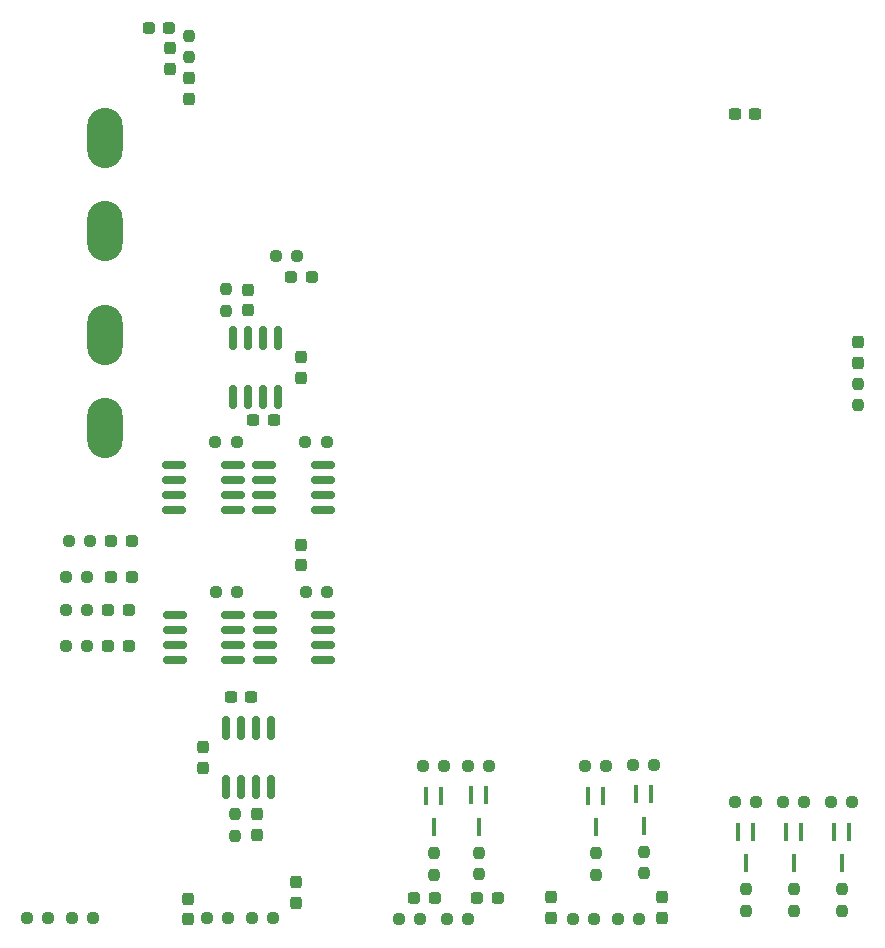
<source format=gbr>
%TF.GenerationSoftware,KiCad,Pcbnew,(6.0.7)*%
%TF.CreationDate,2022-11-16T19:30:54-06:00*%
%TF.ProjectId,ScienceSensor,53636965-6e63-4655-9365-6e736f722e6b,rev?*%
%TF.SameCoordinates,Original*%
%TF.FileFunction,Paste,Top*%
%TF.FilePolarity,Positive*%
%FSLAX46Y46*%
G04 Gerber Fmt 4.6, Leading zero omitted, Abs format (unit mm)*
G04 Created by KiCad (PCBNEW (6.0.7)) date 2022-11-16 19:30:54*
%MOMM*%
%LPD*%
G01*
G04 APERTURE LIST*
G04 Aperture macros list*
%AMRoundRect*
0 Rectangle with rounded corners*
0 $1 Rounding radius*
0 $2 $3 $4 $5 $6 $7 $8 $9 X,Y pos of 4 corners*
0 Add a 4 corners polygon primitive as box body*
4,1,4,$2,$3,$4,$5,$6,$7,$8,$9,$2,$3,0*
0 Add four circle primitives for the rounded corners*
1,1,$1+$1,$2,$3*
1,1,$1+$1,$4,$5*
1,1,$1+$1,$6,$7*
1,1,$1+$1,$8,$9*
0 Add four rect primitives between the rounded corners*
20,1,$1+$1,$2,$3,$4,$5,0*
20,1,$1+$1,$4,$5,$6,$7,0*
20,1,$1+$1,$6,$7,$8,$9,0*
20,1,$1+$1,$8,$9,$2,$3,0*%
G04 Aperture macros list end*
%ADD10RoundRect,0.237500X-0.287500X-0.237500X0.287500X-0.237500X0.287500X0.237500X-0.287500X0.237500X0*%
%ADD11RoundRect,0.237500X0.237500X-0.300000X0.237500X0.300000X-0.237500X0.300000X-0.237500X-0.300000X0*%
%ADD12RoundRect,0.237500X-0.250000X-0.237500X0.250000X-0.237500X0.250000X0.237500X-0.250000X0.237500X0*%
%ADD13RoundRect,0.237500X0.237500X-0.250000X0.237500X0.250000X-0.237500X0.250000X-0.237500X-0.250000X0*%
%ADD14RoundRect,0.237500X0.250000X0.237500X-0.250000X0.237500X-0.250000X-0.237500X0.250000X-0.237500X0*%
%ADD15RoundRect,0.237500X-0.237500X0.300000X-0.237500X-0.300000X0.237500X-0.300000X0.237500X0.300000X0*%
%ADD16R,0.450000X1.500000*%
%ADD17RoundRect,0.237500X-0.237500X0.287500X-0.237500X-0.287500X0.237500X-0.287500X0.237500X0.287500X0*%
%ADD18RoundRect,0.237500X-0.237500X0.250000X-0.237500X-0.250000X0.237500X-0.250000X0.237500X0.250000X0*%
%ADD19RoundRect,0.237500X-0.300000X-0.237500X0.300000X-0.237500X0.300000X0.237500X-0.300000X0.237500X0*%
%ADD20RoundRect,0.237500X0.287500X0.237500X-0.287500X0.237500X-0.287500X-0.237500X0.287500X-0.237500X0*%
%ADD21O,3.000000X5.100000*%
%ADD22RoundRect,0.150000X0.825000X0.150000X-0.825000X0.150000X-0.825000X-0.150000X0.825000X-0.150000X0*%
%ADD23RoundRect,0.237500X0.237500X-0.287500X0.237500X0.287500X-0.237500X0.287500X-0.237500X-0.287500X0*%
%ADD24RoundRect,0.237500X0.300000X0.237500X-0.300000X0.237500X-0.300000X-0.237500X0.300000X-0.237500X0*%
%ADD25RoundRect,0.150000X0.150000X-0.825000X0.150000X0.825000X-0.150000X0.825000X-0.150000X-0.825000X0*%
%ADD26RoundRect,0.150000X-0.150000X0.825000X-0.150000X-0.825000X0.150000X-0.825000X0.150000X0.825000X0*%
G04 APERTURE END LIST*
D10*
%TO.C,D9*%
X140857000Y-124968000D03*
X142607000Y-124968000D03*
%TD*%
D11*
%TO.C,C9*%
X131253000Y-96747500D03*
X131253000Y-95022500D03*
%TD*%
D12*
%TO.C,R27*%
X111863500Y-126619000D03*
X113688500Y-126619000D03*
%TD*%
%TO.C,R30*%
X131675500Y-99060000D03*
X133500500Y-99060000D03*
%TD*%
D13*
%TO.C,R19*%
X168910000Y-126007500D03*
X168910000Y-124182500D03*
%TD*%
D14*
%TO.C,R5*%
X173886500Y-116840000D03*
X172061500Y-116840000D03*
%TD*%
D15*
%TO.C,C4*%
X120142000Y-52985500D03*
X120142000Y-54710500D03*
%TD*%
D16*
%TO.C,Q8*%
X146954000Y-116248500D03*
X145654000Y-116248500D03*
X146304000Y-118908500D03*
%TD*%
D17*
%TO.C,D12*%
X126808000Y-73420000D03*
X126808000Y-75170000D03*
%TD*%
D13*
%TO.C,R17*%
X146304000Y-122936000D03*
X146304000Y-121111000D03*
%TD*%
D12*
%TO.C,R23*%
X154281500Y-126746000D03*
X156106500Y-126746000D03*
%TD*%
D13*
%TO.C,R9*%
X142494000Y-122959500D03*
X142494000Y-121134500D03*
%TD*%
D16*
%TO.C,Q6*%
X173624000Y-119320000D03*
X172324000Y-119320000D03*
X172974000Y-121980000D03*
%TD*%
D12*
%TO.C,R26*%
X123293500Y-126619000D03*
X125118500Y-126619000D03*
%TD*%
D14*
%TO.C,R8*%
X113180500Y-100584000D03*
X111355500Y-100584000D03*
%TD*%
D17*
%TO.C,D4*%
X178435000Y-77865000D03*
X178435000Y-79615000D03*
%TD*%
D18*
%TO.C,R32*%
X124903000Y-73382500D03*
X124903000Y-75207500D03*
%TD*%
D19*
%TO.C,C8*%
X125310500Y-107950000D03*
X127035500Y-107950000D03*
%TD*%
D20*
%TO.C,D3*%
X116699000Y-103632000D03*
X114949000Y-103632000D03*
%TD*%
D14*
%TO.C,R25*%
X141374500Y-126746000D03*
X139549500Y-126746000D03*
%TD*%
D21*
%TO.C,Conn5*%
X114687400Y-77258000D03*
X114687400Y-85132000D03*
%TD*%
D14*
%TO.C,R24*%
X145438500Y-126746000D03*
X143613500Y-126746000D03*
%TD*%
D18*
%TO.C,R2*%
X121793000Y-51919500D03*
X121793000Y-53744500D03*
%TD*%
D13*
%TO.C,R18*%
X160274000Y-122832500D03*
X160274000Y-121007500D03*
%TD*%
D22*
%TO.C,Q3*%
X125473000Y-92075000D03*
X125473000Y-90805000D03*
X125473000Y-89535000D03*
X125473000Y-88265000D03*
X120523000Y-88265000D03*
X120523000Y-89535000D03*
X120523000Y-90805000D03*
X120523000Y-92075000D03*
%TD*%
D14*
%TO.C,R14*%
X147216500Y-113768500D03*
X145391500Y-113768500D03*
%TD*%
D22*
%TO.C,Q11*%
X133093000Y-92075000D03*
X133093000Y-90805000D03*
X133093000Y-89535000D03*
X133093000Y-88265000D03*
X128143000Y-88265000D03*
X128143000Y-89535000D03*
X128143000Y-90805000D03*
X128143000Y-92075000D03*
%TD*%
%TO.C,Q1*%
X125538000Y-104775000D03*
X125538000Y-103505000D03*
X125538000Y-102235000D03*
X125538000Y-100965000D03*
X120588000Y-100965000D03*
X120588000Y-102235000D03*
X120588000Y-103505000D03*
X120588000Y-104775000D03*
%TD*%
D12*
%TO.C,R35*%
X108053500Y-126619000D03*
X109878500Y-126619000D03*
%TD*%
D17*
%TO.C,D7*%
X152400000Y-124855000D03*
X152400000Y-126605000D03*
%TD*%
D12*
%TO.C,R34*%
X131610500Y-86360000D03*
X133435500Y-86360000D03*
%TD*%
D17*
%TO.C,D6*%
X161798000Y-124855000D03*
X161798000Y-126605000D03*
%TD*%
D13*
%TO.C,R13*%
X177038000Y-126007500D03*
X177038000Y-124182500D03*
%TD*%
D14*
%TO.C,R22*%
X159916500Y-126746000D03*
X158091500Y-126746000D03*
%TD*%
D23*
%TO.C,D13*%
X127508000Y-119606000D03*
X127508000Y-117856000D03*
%TD*%
D14*
%TO.C,R6*%
X113180500Y-103632000D03*
X111355500Y-103632000D03*
%TD*%
%TO.C,R20*%
X113434500Y-94742000D03*
X111609500Y-94742000D03*
%TD*%
D20*
%TO.C,D8*%
X147941000Y-124968000D03*
X146191000Y-124968000D03*
%TD*%
%TO.C,D10*%
X116953000Y-97790000D03*
X115203000Y-97790000D03*
%TD*%
D14*
%TO.C,R16*%
X169822500Y-116840000D03*
X167997500Y-116840000D03*
%TD*%
%TO.C,R12*%
X177950500Y-116840000D03*
X176125500Y-116840000D03*
%TD*%
D16*
%TO.C,Q4*%
X143144000Y-116272000D03*
X141844000Y-116272000D03*
X142494000Y-118932000D03*
%TD*%
D20*
%TO.C,D15*%
X116953000Y-94742000D03*
X115203000Y-94742000D03*
%TD*%
D17*
%TO.C,D11*%
X122998000Y-112155000D03*
X122998000Y-113905000D03*
%TD*%
D12*
%TO.C,R1*%
X129135500Y-70612000D03*
X130960500Y-70612000D03*
%TD*%
D21*
%TO.C,Conn1*%
X114687400Y-60579000D03*
X114687400Y-68453000D03*
%TD*%
D16*
%TO.C,Q10*%
X169560000Y-119320000D03*
X168260000Y-119320000D03*
X168910000Y-121980000D03*
%TD*%
D17*
%TO.C,D16*%
X130810000Y-123585000D03*
X130810000Y-125335000D03*
%TD*%
D14*
%TO.C,R15*%
X161186500Y-113665000D03*
X159361500Y-113665000D03*
%TD*%
D10*
%TO.C,D2*%
X118378000Y-51308000D03*
X120128000Y-51308000D03*
%TD*%
D24*
%TO.C,C10*%
X128940500Y-84455000D03*
X127215500Y-84455000D03*
%TD*%
D20*
%TO.C,D5*%
X116699000Y-100584000D03*
X114949000Y-100584000D03*
%TD*%
D12*
%TO.C,R29*%
X124055500Y-99060000D03*
X125880500Y-99060000D03*
%TD*%
D11*
%TO.C,C2*%
X121793000Y-57250500D03*
X121793000Y-55525500D03*
%TD*%
D16*
%TO.C,Q7*%
X177688000Y-119320000D03*
X176388000Y-119320000D03*
X177038000Y-121980000D03*
%TD*%
D12*
%TO.C,R33*%
X123990500Y-86360000D03*
X125815500Y-86360000D03*
%TD*%
D13*
%TO.C,R10*%
X156210000Y-122959500D03*
X156210000Y-121134500D03*
%TD*%
D14*
%TO.C,R28*%
X113180500Y-97790000D03*
X111355500Y-97790000D03*
%TD*%
D16*
%TO.C,Q9*%
X160924000Y-116145000D03*
X159624000Y-116145000D03*
X160274000Y-118805000D03*
%TD*%
D14*
%TO.C,R21*%
X128928500Y-126619000D03*
X127103500Y-126619000D03*
%TD*%
D20*
%TO.C,D1*%
X132193000Y-72390000D03*
X130443000Y-72390000D03*
%TD*%
D13*
%TO.C,R11*%
X172974000Y-126007500D03*
X172974000Y-124182500D03*
%TD*%
D23*
%TO.C,D14*%
X131253000Y-80885000D03*
X131253000Y-79135000D03*
%TD*%
D14*
%TO.C,R4*%
X157122500Y-113792000D03*
X155297500Y-113792000D03*
%TD*%
D13*
%TO.C,R31*%
X125665000Y-119643500D03*
X125665000Y-117818500D03*
%TD*%
D25*
%TO.C,U6*%
X124903000Y-115505000D03*
X126173000Y-115505000D03*
X127443000Y-115505000D03*
X128713000Y-115505000D03*
X128713000Y-110555000D03*
X127443000Y-110555000D03*
X126173000Y-110555000D03*
X124903000Y-110555000D03*
%TD*%
D19*
%TO.C,C1*%
X167996000Y-58545000D03*
X169721000Y-58545000D03*
%TD*%
D13*
%TO.C,R7*%
X178435000Y-83208500D03*
X178435000Y-81383500D03*
%TD*%
D26*
%TO.C,U7*%
X129348000Y-77535000D03*
X128078000Y-77535000D03*
X126808000Y-77535000D03*
X125538000Y-77535000D03*
X125538000Y-82485000D03*
X126808000Y-82485000D03*
X128078000Y-82485000D03*
X129348000Y-82485000D03*
%TD*%
D22*
%TO.C,Q2*%
X133158000Y-104775000D03*
X133158000Y-103505000D03*
X133158000Y-102235000D03*
X133158000Y-100965000D03*
X128208000Y-100965000D03*
X128208000Y-102235000D03*
X128208000Y-103505000D03*
X128208000Y-104775000D03*
%TD*%
D17*
%TO.C,D17*%
X121666000Y-124982000D03*
X121666000Y-126732000D03*
%TD*%
D14*
%TO.C,R3*%
X143406500Y-113792000D03*
X141581500Y-113792000D03*
%TD*%
D16*
%TO.C,Q5*%
X156860000Y-116272000D03*
X155560000Y-116272000D03*
X156210000Y-118932000D03*
%TD*%
M02*

</source>
